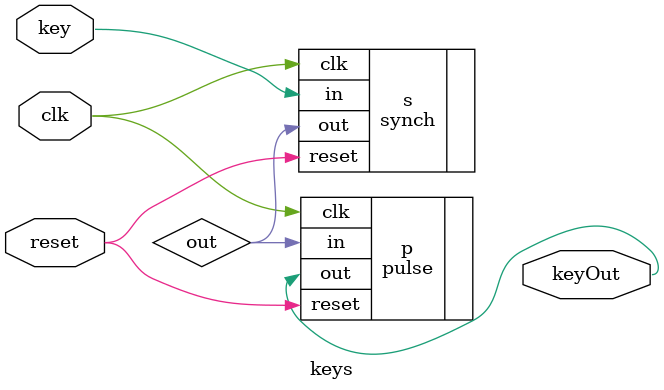
<source format=sv>
module keys (
    input logic clk, reset, key,
    output logic keyOut
);

logic out;

synch s (.clk(clk), .reset(reset), .in(key), .out(out));
pulse p (.clk(clk), .reset(reset), .in(out), .out(keyOut));
    
endmodule
</source>
